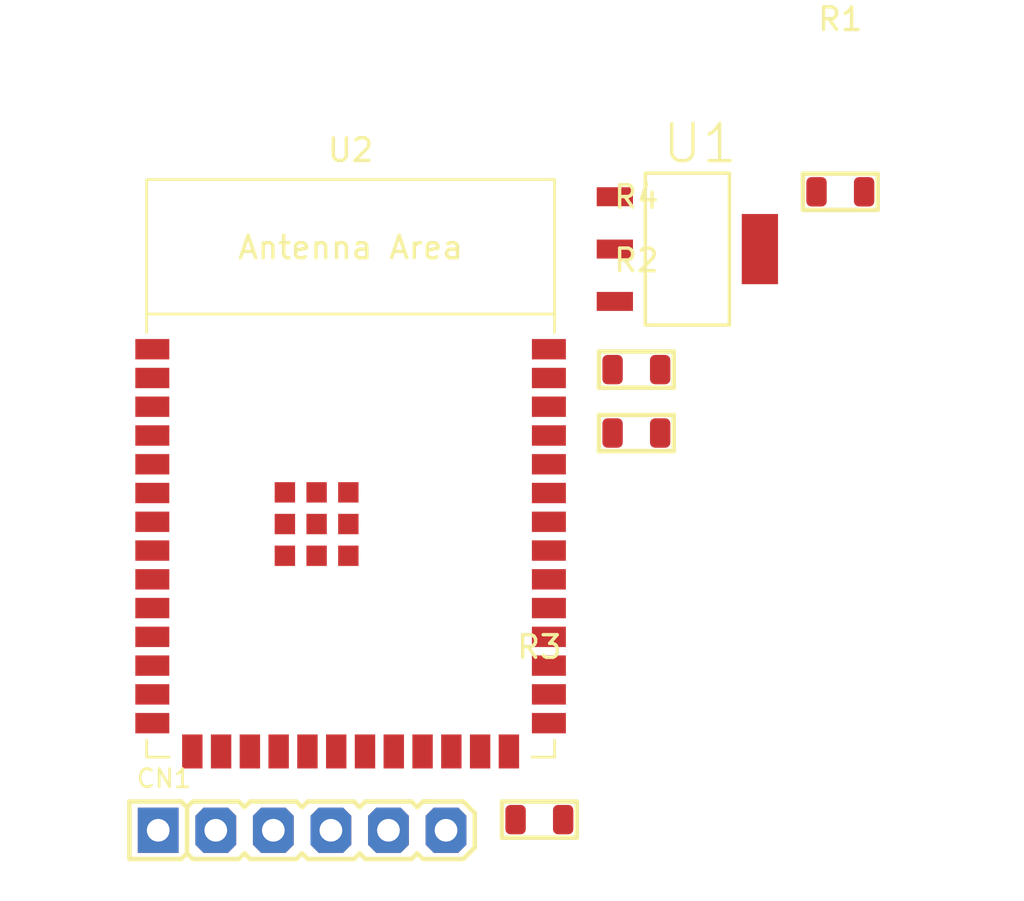
<source format=kicad_pcb>
(kicad_pcb (version 20211014) (generator pcbnew)
  (layers (0 "F.Cu" signal) (31 "B.Cu" signal) (34 "B.Paste" user) (35 "F.Paste" user) (36 "B.SilkS" user "B.Silkscreen") (37 "F.SilkS" user "F.Silkscreen") (38 "B.Mask" user) (39 "F.Mask" user) (44 "Edge.Cuts" user))
  (net 0 "")
  (net 1 "GND")
  (net 2 "/BOOT")
  (net 3 "/RX")
  (net 4 "/TX")
  (net 5 "Net-(CN1-Pad5)")
  (net 6 "Net-(CN1-Pad6)")
  (net 7 "+5V")
  (net 8 "+3V3")
  (net 9 "Net-(R3-Pad2)")
  (net 10 "Net-(R4-Pad2)")
  (footprint "minha_lib:ESP32-S3-WROOM-1" (layer "F.Cu") (at 135.49 88.62)
    (fp_text reference "U2" (at 0 -17.05) (layer "F.SilkS"))
    (fp_text value "ESP32-S3-WROOM-1-N8")
    (fp_text user "Antenna Area" (at 0 -12.75) (layer "F.SilkS"))
    (fp_line (start -9 -15.75) (end 9 -15.75) (layer "F.SilkS") (width 0.12))
    (fp_line (start 9 -15.75) (end 9 -9) (layer "F.SilkS") (width 0.12))
    (fp_line (start -9 9) (end -9 9.75) (layer "F.SilkS") (width 0.12))
    (fp_line (start -9 -15.75) (end -9 -9) (layer "F.SilkS") (width 0.12))
    (fp_line (start 9 -9.81) (end -9 -9.81) (layer "F.SilkS") (width 0.12))
    (fp_line (start 9 9.75) (end 8 9.75) (layer "F.SilkS") (width 0.12))
    (fp_line (start -9 9.75) (end -8 9.75) (layer "F.SilkS") (width 0.12))
    (fp_line (start 9 9) (end 9 9.75) (layer "F.SilkS") (width 0.12))
    (pad "1" smd rect (at -8.75 -8.26) (size 1.5 0.9) (layers "F.Cu" "F.Paste" "F.Mask") (net 1 "GND"))
    (pad "2" smd rect (at -8.75 -6.99) (size 1.5 0.9) (layers "F.Cu" "F.Paste" "F.Mask") (net 8 "+3V3"))
    (pad "3" smd rect (at -8.75 -5.72) (size 1.5 0.9) (layers "F.Cu" "F.Paste" "F.Mask") (net 5 "Net-(CN1-Pad5)"))
    (pad "4" smd rect (at -8.75 -4.45) (size 1.5 0.9) (layers "F.Cu" "F.Paste" "F.Mask"))
    (pad "5" smd rect (at -8.75 -3.18) (size 1.5 0.9) (layers "F.Cu" "F.Paste" "F.Mask"))
    (pad "6" smd rect (at -8.75 -1.91) (size 1.5 0.9) (layers "F.Cu" "F.Paste" "F.Mask"))
    (pad "7" smd rect (at -8.75 -0.64) (size 1.5 0.9) (layers "F.Cu" "F.Paste" "F.Mask"))
    (pad "8" smd rect (at -8.75 0.63) (size 1.5 0.9) (layers "F.Cu" "F.Paste" "F.Mask"))
    (pad "9" smd rect (at -8.75 1.9) (size 1.5 0.9) (layers "F.Cu" "F.Paste" "F.Mask"))
    (pad "10" smd rect (at -8.75 3.17) (size 1.5 0.9) (layers "F.Cu" "F.Paste" "F.Mask"))
    (pad "11" smd rect (at -8.75 4.44) (size 1.5 0.9) (layers "F.Cu" "F.Paste" "F.Mask"))
    (pad "12" smd rect (at -8.75 5.71) (size 1.5 0.9) (layers "F.Cu" "F.Paste" "F.Mask"))
    (pad "13" smd rect (at -8.75 6.98) (size 1.5 0.9) (layers "F.Cu" "F.Paste" "F.Mask"))
    (pad "14" smd rect (at -8.75 8.25) (size 1.5 0.9) (layers "F.Cu" "F.Paste" "F.Mask"))
    (pad "15" smd rect (at -6.985 9.5 90) (size 1.5 0.9) (layers "F.Cu" "F.Paste" "F.Mask"))
    (pad "16" smd rect (at -5.715 9.5 90) (size 1.5 0.9) (layers "F.Cu" "F.Paste" "F.Mask") (net 9 "Net-(R3-Pad2)"))
    (pad "17" smd rect (at -4.445 9.5 90) (size 1.5 0.9) (layers "F.Cu" "F.Paste" "F.Mask"))
    (pad "18" smd rect (at -3.175 9.5 90) (size 1.5 0.9) (layers "F.Cu" "F.Paste" "F.Mask"))
    (pad "19" smd rect (at -1.905 9.5 90) (size 1.5 0.9) (layers "F.Cu" "F.Paste" "F.Mask"))
    (pad "20" smd rect (at -0.635 9.5 90) (size 1.5 0.9) (layers "F.Cu" "F.Paste" "F.Mask"))
    (pad "21" smd rect (at 0.635 9.5 90) (size 1.5 0.9) (layers "F.Cu" "F.Paste" "F.Mask"))
    (pad "22" smd rect (at 1.905 9.5 90) (size 1.5 0.9) (layers "F.Cu" "F.Paste" "F.Mask"))
    (pad "23" smd rect (at 3.175 9.5 90) (size 1.5 0.9) (layers "F.Cu" "F.Paste" "F.Mask"))
    (pad "24" smd rect (at 4.445 9.5 90) (size 1.5 0.9) (layers "F.Cu" "F.Paste" "F.Mask"))
    (pad "25" smd rect (at 5.715 9.5 90) (size 1.5 0.9) (layers "F.Cu" "F.Paste" "F.Mask"))
    (pad "26" smd rect (at 6.985 9.5 90) (size 1.5 0.9) (layers "F.Cu" "F.Paste" "F.Mask") (net 10 "Net-(R4-Pad2)"))
    (pad "27" smd rect (at 8.75 8.25 180) (size 1.5 0.9) (layers "F.Cu" "F.Paste" "F.Mask") (net 2 "/BOOT"))
    (pad "28" smd rect (at 8.75 6.98 180) (size 1.5 0.9) (layers "F.Cu" "F.Paste" "F.Mask"))
    (pad "29" smd rect (at 8.75 5.71 180) (size 1.5 0.9) (layers "F.Cu" "F.Paste" "F.Mask"))
    (pad "30" smd rect (at 8.75 4.44 180) (size 1.5 0.9) (layers "F.Cu" "F.Paste" "F.Mask"))
    (pad "31" smd rect (at 8.75 3.17 180) (size 1.5 0.9) (layers "F.Cu" "F.Paste" "F.Mask"))
    (pad "32" smd rect (at 8.75 1.9 180) (size 1.5 0.9) (layers "F.Cu" "F.Paste" "F.Mask"))
    (pad "33" smd rect (at 8.75 0.63 180) (size 1.5 0.9) (layers "F.Cu" "F.Paste" "F.Mask"))
    (pad "34" smd rect (at 8.75 -0.64 180) (size 1.5 0.9) (layers "F.Cu" "F.Paste" "F.Mask"))
    (pad "35" smd rect (at 8.75 -1.91 180) (size 1.5 0.9) (layers "F.Cu" "F.Paste" "F.Mask"))
    (pad "36" smd rect (at 8.75 -3.18 180) (size 1.5 0.9) (layers "F.Cu" "F.Paste" "F.Mask") (net 3 "/RX"))
    (pad "37" smd rect (at 8.75 -4.45 180) (size 1.5 0.9) (layers "F.Cu" "F.Paste" "F.Mask") (net 4 "/TX"))
    (pad "38" smd rect (at 8.75 -5.72 180) (size 1.5 0.9) (layers "F.Cu" "F.Paste" "F.Mask"))
    (pad "39" smd rect (at 8.75 -6.99 180) (size 1.5 0.9) (layers "F.Cu" "F.Paste" "F.Mask"))
    (pad "40" smd rect (at 8.75 -8.26 180) (size 1.5 0.9) (layers "F.Cu" "F.Paste" "F.Mask") (net 1 "GND"))
    (pad "41" smd rect (at -1.5 -0.54 180) (size 0.9 0.9) (layers "F.Cu" "F.Paste" "F.Mask") (net 1 "GND"))
    (pad "41" smd rect (at -1.5 -1.94 180) (size 0.9 0.9) (layers "F.Cu" "F.Paste" "F.Mask") (net 1 "GND"))
    (pad "41" smd rect (at -0.1 0.86 180) (size 0.9 0.9) (layers "F.Cu" "F.Paste" "F.Mask") (net 1 "GND"))
    (pad "41" smd rect (at -2.9 -0.54 180) (size 0.9 0.9) (layers "F.Cu" "F.Paste" "F.Mask") (net 1 "GND"))
    (pad "41" smd rect (at -2.9 0.86 180) (size 0.9 0.9) (layers "F.Cu" "F.Paste" "F.Mask") (net 1 "GND"))
    (pad "41" smd rect (at -2.9 -1.94 180) (size 0.9 0.9) (layers "F.Cu" "F.Paste" "F.Mask") (net 1 "GND"))
    (pad "41" smd rect (at -1.5 0.86 180) (size 0.9 0.9) (layers "F.Cu" "F.Paste" "F.Mask") (net 1 "GND"))
    (pad "41" smd rect (at -0.1 -0.54 180) (size 0.9 0.9) (layers "F.Cu" "F.Paste" "F.Mask") (net 1 "GND"))
    (pad "41" smd rect (at -0.1 -1.94 180) (size 0.9 0.9) (layers "F.Cu" "F.Paste" "F.Mask") (net 1 "GND"))
  )
  (footprint "minha_lib:RES_0805" (layer "F.Cu") (at 148.1 81.26)
    (fp_text reference "R4" (at 0 -7.62 unlocked) (layer "F.SilkS"))
    (fp_text value "R_0805_10K_1%_1/8W")
    (fp_line (start -1.6 0.8) (end -1.65 0.8) (layer "F.SilkS") (width 0.2))
    (fp_line (start -1.65 0.8) (end -1.65 -0.05) (layer "F.SilkS") (width 0.2))
    (fp_line (start -1.65 -0.05) (end -1.65 -0.8) (layer "F.SilkS") (width 0.2))
    (fp_line (start 1.65 0.8) (end -1.6 0.8) (layer "F.SilkS") (width 0.2))
    (fp_line (start -1.4 -0.8) (end 1.65 -0.8) (layer "F.SilkS") (width 0.2))
    (fp_line (start -1.65 -0.8) (end -1.45 -0.8) (layer "F.SilkS") (width 0.2))
    (fp_line (start 1.65 -0.8) (end 1.65 0.8) (layer "F.SilkS") (width 0.2))
    (pad "1" smd roundrect (at -1.05 0 270) (size 1.3 0.9) (layers "F.Cu" "F.Paste" "F.Mask") (net 1 "GND"))
    (pad "2" smd roundrect (at 1.05 0 90) (size 1.3 0.9) (layers "F.Cu" "F.Paste" "F.Mask") (net 10 "Net-(R4-Pad2)"))
  )
  (footprint "minha_lib:RES_0805" (layer "F.Cu") (at 148.1 84.06)
    (fp_text reference "R2" (at 0 -7.62 unlocked) (layer "F.SilkS"))
    (fp_text value "R_0805_0R_1%_1/8W")
    (fp_line (start -1.65 -0.8) (end -1.45 -0.8) (layer "F.SilkS") (width 0.2))
    (fp_line (start -1.65 0.8) (end -1.65 -0.05) (layer "F.SilkS") (width 0.2))
    (fp_line (start -1.65 -0.05) (end -1.65 -0.8) (layer "F.SilkS") (width 0.2))
    (fp_line (start -1.6 0.8) (end -1.65 0.8) (layer "F.SilkS") (width 0.2))
    (fp_line (start 1.65 -0.8) (end 1.65 0.8) (layer "F.SilkS") (width 0.2))
    (fp_line (start 1.65 0.8) (end -1.6 0.8) (layer "F.SilkS") (width 0.2))
    (fp_line (start -1.4 -0.8) (end 1.65 -0.8) (layer "F.SilkS") (width 0.2))
    (pad "1" smd roundrect (at -1.05 0 270) (size 1.3 0.9) (layers "F.Cu" "F.Paste" "F.Mask") (net 8 "+3V3"))
    (pad "2" smd roundrect (at 1.05 0 90) (size 1.3 0.9) (layers "F.Cu" "F.Paste" "F.Mask") (net 6 "Net-(CN1-Pad6)"))
  )
  (footprint "minha_lib:pin_header_male_6_2.54_pth" (layer "F.Cu") (at 127 101.6)
    (fp_text reference "CN1" (at 0.254 -2.286 unlocked) (layer "F.SilkS") (effects (font (size 0.8 0.8) (thickness 0.12))))
    (fp_text value "CON_PIN_HEADER_1X6_2.54_180_1")
    (fp_line (start 1.27 -1.016) (end 1.27 1.016) (layer "F.SilkS") (width 0.2))
    (fp_line (start 3.556 1.27) (end 3.81 1.016) (layer "F.SilkS") (width 0.2))
    (fp_line (start 8.89 1.016) (end 9.144 1.27) (layer "F.SilkS") (width 0.2))
    (fp_line (start 11.176 -1.27) (end 9.144 -1.27) (layer "F.SilkS") (width 0.2))
    (fp_line (start 4.064 1.27) (end 6.096 1.27) (layer "F.SilkS") (width 0.2))
    (fp_line (start 11.684 1.27) (end 13.462 1.27) (layer "F.SilkS") (width 0.2))
    (fp_line (start 4.064 -1.27) (end 3.81 -1.016) (layer "F.SilkS") (width 0.2))
    (fp_line (start 13.97 -0.762) (end 13.462 -1.27) (layer "F.SilkS") (width 0.2))
    (fp_line (start 6.096 -1.27) (end 4.064 -1.27) (layer "F.SilkS") (width 0.2))
    (fp_line (start -1.27 -1.27) (end -1.27 1.27) (layer "F.SilkS") (width 0.2))
    (fp_line (start 1.016 1.27) (end 1.27 1.016) (layer "F.SilkS") (width 0.2))
    (fp_line (start 6.604 1.27) (end 8.636 1.27) (layer "F.SilkS") (width 0.2))
    (fp_line (start 11.684 -1.27) (end 11.43 -1.016) (layer "F.SilkS") (width 0.2))
    (fp_line (start 11.43 -1.016) (end 11.176 -1.27) (layer "F.SilkS") (width 0.2))
    (fp_line (start 13.462 1.27) (end 13.716 1.016) (layer "F.SilkS") (width 0.2))
    (fp_line (start 11.176 1.27) (end 11.43 1.016) (layer "F.SilkS") (width 0.2))
    (fp_line (start 8.636 -1.27) (end 6.604 -1.27) (layer "F.SilkS") (width 0.2))
    (fp_line (start 3.81 -1.016) (end 3.556 -1.27) (layer "F.SilkS") (width 0.2))
    (fp_line (start 11.684 -1.27) (end 11.938 -1.27) (layer "F.SilkS") (width 0.2))
    (fp_line (start 8.636 1.27) (end 8.89 1.016) (layer "F.SilkS") (width 0.2))
    (fp_line (start 6.35 -1.016) (end 6.096 -1.27) (layer "F.SilkS") (width 0.2))
    (fp_line (start 11.938 -1.27) (end 11.684 -1.27) (layer "F.SilkS") (width 0.2))
    (fp_line (start 1.524 -1.27) (end 1.27 -1.016) (layer "F.SilkS") (width 0.2))
    (fp_line (start -1.016 1.27) (end 1.016 1.27) (layer "F.SilkS") (width 0.2))
    (fp_line (start 11.43 1.016) (end 11.684 1.27) (layer "F.SilkS") (width 0.2))
    (fp_line (start 1.016 -1.27) (end -1.27 -1.27) (layer "F.SilkS") (width 0.2))
    (fp_line (start 6.35 1.016) (end 6.604 1.27) (layer "F.SilkS") (width 0.2))
    (fp_line (start 6.604 -1.27) (end 6.35 -1.016) (layer "F.SilkS") (width 0.2))
    (fp_line (start 13.462 -1.27) (end 11.938 -1.27) (layer "F.SilkS") (width 0.2))
    (fp_line (start 1.524 1.27) (end 3.556 1.27) (layer "F.SilkS") (width 0.2))
    (fp_line (start -1.27 1.27) (end -1.016 1.27) (layer "F.SilkS") (width 0.2))
    (fp_line (start 13.716 1.016) (end 13.97 0.762) (layer "F.SilkS") (width 0.2))
    (fp_line (start 9.144 -1.27) (end 8.89 -1.016) (layer "F.SilkS") (width 0.2))
    (fp_line (start 1.27 1.016) (end 1.524 1.27) (layer "F.SilkS") (width 0.2))
    (fp_line (start 3.556 -1.27) (end 1.524 -1.27) (layer "F.SilkS") (width 0.2))
    (fp_line (start 13.97 0.762) (end 13.97 -0.762) (layer "F.SilkS") (width 0.2))
    (fp_line (start 1.27 -1.016) (end 1.016 -1.27) (layer "F.SilkS") (width 0.2))
    (fp_line (start 9.144 1.27) (end 11.176 1.27) (layer "F.SilkS") (width 0.2))
    (fp_line (start 8.89 -1.016) (end 8.636 -1.27) (layer "F.SilkS") (width 0.2))
    (fp_line (start 6.096 1.27) (end 6.35 1.016) (layer "F.SilkS") (width 0.2))
    (fp_line (start 3.81 1.016) (end 4.064 1.27) (layer "F.SilkS") (width 0.2))
    (pad "1" thru_hole trapezoid (at 0 0) (size 1.8 2) (drill 1) (layers *.Cu *.Mask) (net 1 "GND"))
    (pad "2" thru_hole roundrect (at 2.54 0) (size 1.8 2) (drill 1) (layers *.Cu *.Mask) (roundrect_rratio 0) (chamfer_ratio 0.2) (chamfer top_left top_right bottom_left bottom_right) (net 2 "/BOOT"))
    (pad "3" thru_hole roundrect (at 5.08 0) (size 1.8 2) (drill 1) (layers *.Cu *.Mask) (roundrect_rratio 0) (chamfer_ratio 0.2) (chamfer top_left top_right bottom_left bottom_right) (net 3 "/RX"))
    (pad "4" thru_hole roundrect (at 7.62 0) (size 1.8 2) (drill 1) (layers *.Cu *.Mask) (roundrect_rratio 0) (chamfer_ratio 0.2) (chamfer top_left top_right bottom_left bottom_right) (net 4 "/TX"))
    (pad "5" thru_hole roundrect (at 10.16 0) (size 1.8 2) (drill 1) (layers *.Cu *.Mask) (roundrect_rratio 0) (chamfer_ratio 0.2) (chamfer top_left top_right bottom_left bottom_right) (net 5 "Net-(CN1-Pad5)"))
    (pad "6" thru_hole roundrect (at 12.7 0) (size 1.8 2) (drill 1) (layers *.Cu *.Mask) (roundrect_rratio 0) (chamfer_ratio 0.2) (chamfer top_left top_right bottom_left bottom_right) (net 6 "Net-(CN1-Pad6)"))
  )
  (footprint "minha_lib:RES_0805" (layer "F.Cu") (at 143.82 101.13)
    (fp_text reference "R3" (at 0 -7.62 unlocked) (layer "F.SilkS"))
    (fp_text value "R_0805_10K_1%_1/8W")
    (fp_line (start -1.4 -0.8) (end 1.65 -0.8) (layer "F.SilkS") (width 0.2))
    (fp_line (start -1.65 0.8) (end -1.65 -0.05) (layer "F.SilkS") (width 0.2))
    (fp_line (start -1.65 -0.8) (end -1.45 -0.8) (layer "F.SilkS") (width 0.2))
    (fp_line (start -1.6 0.8) (end -1.65 0.8) (layer "F.SilkS") (width 0.2))
    (fp_line (start 1.65 -0.8) (end 1.65 0.8) (layer "F.SilkS") (width 0.2))
    (fp_line (start 1.65 0.8) (end -1.6 0.8) (layer "F.SilkS") (width 0.2))
    (fp_line (start -1.65 -0.05) (end -1.65 -0.8) (layer "F.SilkS") (width 0.2))
    (pad "1" smd roundrect (at -1.05 0 270) (size 1.3 0.9) (layers "F.Cu" "F.Paste" "F.Mask") (net 1 "GND"))
    (pad "2" smd roundrect (at 1.05 0 90) (size 1.3 0.9) (layers "F.Cu" "F.Paste" "F.Mask") (net 9 "Net-(R3-Pad2)"))
  )
  (footprint "minha_lib:RES_0805" (layer "F.Cu") (at 157.1 73.41)
    (fp_text reference "R1" (at 0 -7.62 unlocked) (layer "F.SilkS"))
    (fp_text value "R_0805_0R_1%_1/8W")
    (fp_line (start -1.6 0.8) (end -1.65 0.8) (layer "F.SilkS") (width 0.2))
    (fp_line (start -1.65 0.8) (end -1.65 -0.05) (layer "F.SilkS") (width 0.2))
    (fp_line (start 1.65 0.8) (end -1.6 0.8) (layer "F.SilkS") (width 0.2))
    (fp_line (start -1.65 -0.05) (end -1.65 -0.8) (layer "F.SilkS") (width 0.2))
    (fp_line (start -1.4 -0.8) (end 1.65 -0.8) (layer "F.SilkS") (width 0.2))
    (fp_line (start 1.65 -0.8) (end 1.65 0.8) (layer "F.SilkS") (width 0.2))
    (fp_line (start -1.65 -0.8) (end -1.45 -0.8) (layer "F.SilkS") (width 0.2))
    (pad "1" smd roundrect (at -1.05 0 270) (size 1.3 0.9) (layers "F.Cu" "F.Paste" "F.Mask") (net 6 "Net-(CN1-Pad6)"))
    (pad "2" smd roundrect (at 1.05 0 90) (size 1.3 0.9) (layers "F.Cu" "F.Paste" "F.Mask") (net 7 "+5V"))
  )
  (footprint "minha_lib:SOT230" (layer "F.Cu") (at 150.3505 75.939)
    (fp_text reference "U1" (at 0.55989 -4.65746) (layer "F.SilkS") (effects (font (size 1.64326 1.64326))))
    (fp_text value "LM1117-3.3")
    (fp_line (start -1.8542 3.3528) (end 1.8542 3.3528) (layer "F.SilkS") (width 0.1524))
    (fp_line (start 1.8542 3.3528) (end 1.8542 -3.3528) (layer "F.SilkS") (width 0.1524))
    (fp_line (start -1.8542 -3.3528) (end -1.8542 3.3528) (layer "F.SilkS") (width 0.1524))
    (fp_line (start 1.8542 -3.3528) (end -1.8542 -3.3528) (layer "F.SilkS") (width 0.1524))
    (pad "1" smd rect locked (at -3.2004 -2.3114) (size 1.6002 0.8382) (layers "F.Cu" "F.Paste" "F.Mask") (net 1 "GND"))
    (pad "2" smd rect locked (at -3.2004 0) (size 1.6002 0.8382) (layers "F.Cu" "F.Paste" "F.Mask") (net 8 "+3V3"))
    (pad "3" smd rect locked (at -3.2004 2.3114) (size 1.6002 0.8382) (layers "F.Cu" "F.Paste" "F.Mask") (net 7 "+5V"))
    (pad "4" smd rect locked (at 3.2004 0) (size 1.6002 3.0988) (layers "F.Cu" "F.Paste" "F.Mask"))
  )
)
</source>
